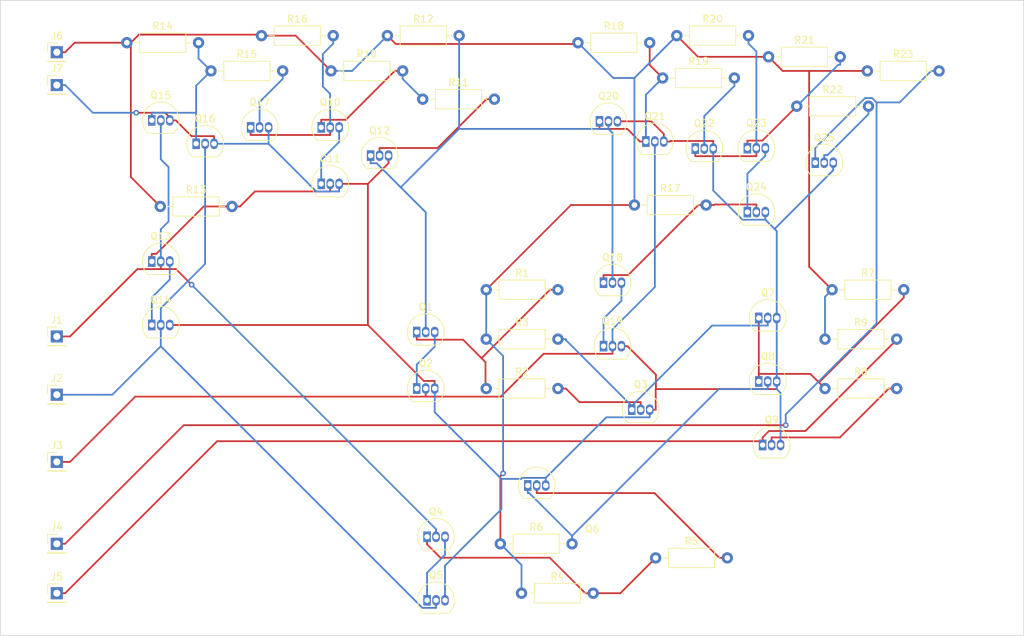
<source format=kicad_pcb>
(kicad_pcb (version 20221018) (generator pcbnew)
  (layers (0 "F.Cu" signal) (31 "B.Cu" signal) (34 "B.Paste" user) (35 "F.Paste" user) (36 "B.SilkS" user "B.Silkscreen") (37 "F.SilkS" user "F.Silkscreen") (38 "B.Mask" user) (39 "F.Mask" user) (44 "Edge.Cuts" user))
  (net 0 "")
  (net 1 "Net-(J1-Pin_1)")
  (net 2 "Net-(Q1-B)")
  (net 3 "GND")
  (net 4 "Net-(J3-Pin_1)")
  (net 5 "Net-(Q3-B)")
  (net 6 "Net-(Q4-E)")
  (net 7 "Net-(Q1-C)")
  (net 8 "Net-(Q6-B)")
  (net 9 "Net-(Q1-E)")
  (net 10 "Net-(Q3-C)")
  (net 11 "Net-(Q4-C)")
  (net 12 "Net-(Q7-C)")
  (net 13 "Net-(Q9-B)")
  (net 14 "Net-(Q10-C)")
  (net 15 "Net-(Q11-B)")
  (net 16 "Net-(Q10-E)")
  (net 17 "Net-(Q12-B)")
  (net 18 "Net-(Q13-E)")
  (net 19 "Net-(Q15-C)")
  (net 20 "Net-(Q17-B)")
  (net 21 "Net-(Q22-B)")
  (net 22 "Net-(Q23-C)")
  (net 23 "Net-(Q20-C)")
  (net 24 "Net-(Q23-E)")
  (net 25 "Net-(Q22-C)")
  (net 26 "+5V")
  (net 27 "Net-(Q25-B)")
  (net 28 "Net-(Q10-B)")
  (net 29 "Net-(J2-Pin_1)")
  (net 30 "Net-(Q18-C)")
  (net 31 "Net-(Q18-E)")
  (net 32 "Net-(Q6-C)")
  (net 33 "Net-(J4-Pin_1)")
  (net 34 "Net-(J5-Pin_1)")
  (footprint "Resistor_THT:R_Axial_DIN0207_L6.3mm_D2.5mm_P10.16mm_Horizontal" (layer "F.Cu") (at 84.84 90)
    (fp_text reference "R6")
    (fp_text value "R")
  )
  (footprint "Resistor_THT:R_Axial_DIN0207_L6.3mm_D2.5mm_P10.16mm_Horizontal" (layer "F.Cu") (at 131.84 54)
    (fp_text reference "R7")
    (fp_text value "R")
  )
  (footprint "Resistor_THT:R_Axial_DIN0207_L6.3mm_D2.5mm_P10.16mm_Horizontal" (layer "F.Cu") (at 43.84 23)
    (fp_text reference "R15")
    (fp_text value "R")
  )
  (footprint "Resistor_THT:R_Axial_DIN0207_L6.3mm_D2.5mm_P10.16mm_Horizontal" (layer "F.Cu") (at 60.84 23)
    (fp_text reference "R10")
    (fp_text value "R")
  )
  (footprint "Connector_PinHeader_2.54mm:PinHeader_1x01_P2.54mm_Vertical" (layer "F.Cu") (at 22 90)
    (fp_text reference "J4")
    (fp_text value "OUTPUT")
  )
  (footprint "Package_TO_SOT_THT:TO-92_Inline" (layer "F.Cu") (at 121.46 58)
    (fp_text reference "Q7")
    (fp_text value "BC547")
  )
  (footprint "Resistor_THT:R_Axial_DIN0207_L6.3mm_D2.5mm_P10.16mm_Horizontal" (layer "F.Cu") (at 122.84 21)
    (fp_text reference "R21")
    (fp_text value "R")
  )
  (footprint "Package_TO_SOT_THT:TO-92_Inline" (layer "F.Cu") (at 59.46 39)
    (fp_text reference "Q11")
    (fp_text value "BC547")
  )
  (footprint "Resistor_THT:R_Axial_DIN0207_L6.3mm_D2.5mm_P10.16mm_Horizontal" (layer "F.Cu") (at 109.84 18)
    (fp_text reference "R20")
    (fp_text value "R")
  )
  (footprint "Resistor_THT:R_Axial_DIN0207_L6.3mm_D2.5mm_P10.16mm_Horizontal" (layer "F.Cu") (at 130.84 68)
    (fp_text reference "R8")
    (fp_text value "R")
  )
  (footprint "Resistor_THT:R_Axial_DIN0207_L6.3mm_D2.5mm_P10.16mm_Horizontal" (layer "F.Cu") (at 126.84 28)
    (fp_text reference "R22")
    (fp_text value "R")
  )
  (footprint "Package_TO_SOT_THT:TO-92_Inline" (layer "F.Cu") (at 35.46 50)
    (fp_text reference "Q13")
    (fp_text value "BC547")
  )
  (footprint "Connector_PinHeader_2.54mm:PinHeader_1x01_P2.54mm_Vertical" (layer "F.Cu") (at 22 97)
    (fp_text reference "J5")
    (fp_text value "CARRY OUT")
  )
  (footprint "Connector_PinHeader_2.54mm:PinHeader_1x01_P2.54mm_Vertical" (layer "F.Cu") (at 22 20.35)
    (fp_text reference "J6")
    (fp_text value "5V")
  )
  (footprint "Resistor_THT:R_Axial_DIN0207_L6.3mm_D2.5mm_P10.16mm_Horizontal" (layer "F.Cu") (at 95.84 19)
    (fp_text reference "R18")
    (fp_text value "R")
  )
  (footprint "Resistor_THT:R_Axial_DIN0207_L6.3mm_D2.5mm_P10.16mm_Horizontal" (layer "F.Cu") (at 31.92 19)
    (fp_text reference "R14")
    (fp_text value "R")
  )
  (footprint "Package_TO_SOT_THT:TO-92_Inline" (layer "F.Cu") (at 103.46 71)
    (fp_text reference "Q3")
    (fp_text value "BC547")
  )
  (footprint "Connector_PinHeader_2.54mm:PinHeader_1x01_P2.54mm_Vertical" (layer "F.Cu") (at 22 25)
    (fp_text reference "J7")
    (fp_text value "GROUND")
  )
  (footprint "Package_TO_SOT_THT:TO-92_Inline" (layer "F.Cu") (at 121.46 67)
    (fp_text reference "Q8")
    (fp_text value "BC547")
  )
  (footprint "Resistor_THT:R_Axial_DIN0207_L6.3mm_D2.5mm_P10.16mm_Horizontal" (layer "F.Cu") (at 87.84 97)
    (fp_text reference "R4")
    (fp_text value "R")
  )
  (footprint "Package_TO_SOT_THT:TO-92_Inline" (layer "F.Cu") (at 73 68)
    (fp_text reference "Q2")
    (fp_text value "BC547")
  )
  (footprint "Package_TO_SOT_THT:TO-92_Inline" (layer "F.Cu") (at 35.46 30)
    (fp_text reference "Q15")
    (fp_text value "BC547")
  )
  (footprint "Resistor_THT:R_Axial_DIN0207_L6.3mm_D2.5mm_P10.16mm_Horizontal" (layer "F.Cu") (at 51 18)
    (fp_text reference "R16")
    (fp_text value "R")
  )
  (footprint "Connector_PinHeader_2.54mm:PinHeader_1x01_P2.54mm_Vertical" (layer "F.Cu") (at 22 60.62)
    (fp_text reference "J1")
    (fp_text value "A")
  )
  (footprint "Package_TO_SOT_THT:TO-92_Inline" (layer "F.Cu") (at 99.46 62)
    (fp_text reference "Q19")
    (fp_text value "BC547")
  )
  (footprint "Resistor_THT:R_Axial_DIN0207_L6.3mm_D2.5mm_P10.16mm_Horizontal" (layer "F.Cu") (at 36.66 42.205)
    (fp_text reference "R13")
    (fp_text value "R")
  )
  (footprint "Package_TO_SOT_THT:TO-92_Inline" (layer "F.Cu") (at 122 76)
    (fp_text reference "Q9")
    (fp_text value "BC547")
  )
  (footprint "Package_TO_SOT_THT:TO-92_Inline" (layer "F.Cu") (at 88.73 81.735)
    (fp_text reference "Q6")
    (fp_text value "BC547")
  )
  (footprint "Resistor_THT:R_Axial_DIN0207_L6.3mm_D2.5mm_P10.16mm_Horizontal" (layer "F.Cu") (at 103.84 42)
    (fp_text reference "R17")
    (fp_text value "R")
  )
  (footprint "Package_TO_SOT_THT:TO-92_Inline" (layer "F.Cu") (at 49.46 31)
    (fp_text reference "Q17")
    (fp_text value "BC547")
  )
  (footprint "Package_TO_SOT_THT:TO-92_Inline" (layer "F.Cu") (at 41.74 33.315)
    (fp_text reference "Q16")
    (fp_text value "BC547")
  )
  (footprint "Resistor_THT:R_Axial_DIN0207_L6.3mm_D2.5mm_P10.16mm_Horizontal" (layer "F.Cu") (at 106.84 92)
    (fp_text reference "R5")
    (fp_text value "R")
  )
  (footprint "Package_TO_SOT_THT:TO-92_Inline" (layer "F.Cu") (at 112.46 34)
    (fp_text reference "Q22")
    (fp_text value "BC547")
  )
  (footprint "Package_TO_SOT_THT:TO-92_Inline" (layer "F.Cu") (at 73 60)
    (fp_text reference "Q1")
    (fp_text value "BC547")
  )
  (footprint "Package_TO_SOT_THT:TO-92_Inline" (layer "F.Cu") (at 119.845 33.95)
    (fp_text reference "Q23")
    (fp_text value "BC547")
  )
  (footprint "Resistor_THT:R_Axial_DIN0207_L6.3mm_D2.5mm_P10.16mm_Horizontal" (layer "F.Cu") (at 82.84 68)
    (fp_text reference "R2")
    (fp_text value "R")
  )
  (footprint "Resistor_THT:R_Axial_DIN0207_L6.3mm_D2.5mm_P10.16mm_Horizontal" (layer "F.Cu") (at 82.84 54)
    (fp_text reference "R1")
    (fp_text value "R")
  )
  (footprint "Resistor_THT:R_Axial_DIN0207_L6.3mm_D2.5mm_P10.16mm_Horizontal" (layer "F.Cu") (at 107.84 24)
    (fp_text reference "R19")
    (fp_text value "R")
  )
  (footprint "Package_TO_SOT_THT:TO-92_Inline" (layer "F.Cu") (at 59.46 31)
    (fp_text reference "Q10")
    (fp_text value "BC547")
  )
  (footprint "Resistor_THT:R_Axial_DIN0207_L6.3mm_D2.5mm_P10.16mm_Horizontal" (layer "F.Cu") (at 73.84 27)
    (fp_text reference "R11")
    (fp_text value "R")
  )
  (footprint "Package_TO_SOT_THT:TO-92_Inline" (layer "F.Cu") (at 105.46 33)
    (fp_text reference "Q21")
    (fp_text value "BC547")
  )
  (footprint "Package_TO_SOT_THT:TO-92_Inline" (layer "F.Cu") (at 98.89 30.14)
    (fp_text reference "Q20")
    (fp_text value "BC547")
  )
  (footprint "Package_TO_SOT_THT:TO-92_Inline" (layer "F.Cu") (at 66.46 35)
    (fp_text reference "Q12")
    (fp_text value "BC547")
  )
  (footprint "Resistor_THT:R_Axial_DIN0207_L6.3mm_D2.5mm_P10.16mm_Horizontal" (layer "F.Cu") (at 82.84 61)
    (fp_text reference "R3")
    (fp_text value "R")
  )
  (footprint "Package_TO_SOT_THT:TO-92_Inline" (layer "F.Cu") (at 74.46 89)
    (fp_text reference "Q4")
    (fp_text value "BC547")
  )
  (footprint "Package_TO_SOT_THT:TO-92_Inline" (layer "F.Cu") (at 99.46 53)
    (fp_text reference "Q18")
    (fp_text value "BC547")
  )
  (footprint "Connector_PinHeader_2.54mm:PinHeader_1x01_P2.54mm_Vertical" (layer "F.Cu") (at 22 78.395)
    (fp_text reference "J3")
    (fp_text value "C")
  )
  (footprint "Resistor_THT:R_Axial_DIN0207_L6.3mm_D2.5mm_P10.16mm_Horizontal" (layer "F.Cu") (at 136.84 23)
    (fp_text reference "R23")
    (fp_text value "R")
  )
  (footprint "Package_TO_SOT_THT:TO-92_Inline" (layer "F.Cu") (at 129.46 36)
    (fp_text reference "Q25")
    (fp_text value "BC547")
  )
  (footprint "Package_TO_SOT_THT:TO-92_Inline" (layer "F.Cu") (at 74.46 98)
    (fp_text reference "Q5")
    (fp_text value "BC547")
  )
  (footprint "Resistor_THT:R_Axial_DIN0207_L6.3mm_D2.5mm_P10.16mm_Horizontal" (layer "F.Cu") (at 130.84 61)
    (fp_text reference "R9")
    (fp_text value "R")
  )
  (footprint "Package_TO_SOT_THT:TO-92_Inline" (layer "F.Cu") (at 35.46 59)
    (fp_text reference "Q14")
    (fp_text value "BC547")
  )
  (footprint "Connector_PinHeader_2.54mm:PinHeader_1x01_P2.54mm_Vertical" (layer "F.Cu") (at 22 68.875)
    (fp_text reference "J2")
    (fp_text value "B")
  )
  (footprint "Resistor_THT:R_Axial_DIN0207_L6.3mm_D2.5mm_P10.16mm_Horizontal" (layer "F.Cu") (at 68.84 18)
    (fp_text reference "R12")
    (fp_text value "R")
  )
  (footprint "Package_TO_SOT_THT:TO-92_Inline" (layer "F.Cu") (at 119.845 43)
    (fp_text reference "Q24")
    (fp_text value "BC547")
  )
  (gr_rect (start 14 13) (end 159 103) (stroke (width 0.1)) (fill none) (layer "Edge.Cuts"))
  (segment (start 36.73 50) (end 36.73 51.0769) (width 0.25) (layer "F.Cu") (net 1))
  (segment (start 33.41 51.0769) (end 36.73 51.0769) (width 0.25) (layer "F.Cu") (net 1))
  (segment (start 38.8838 51.0769) (end 41.0945 53.2876) (width 0.25) (layer "F.Cu") (net 1))
  (segment (start 22.69 60.62) (end 23.8669 60.62) (width 0.25) (layer "F.Cu") (net 1))
  (segment (start 22.69 60.62) (end 22 60.62) (width 0.25) (layer "F.Cu") (net 1))
  (segment (start 36.73 51.0769) (end 38.8838 51.0769) (width 0.25) (layer "F.Cu") (net 1))
  (segment (start 23.8669 60.62) (end 33.41 51.0769) (width 0.25) (layer "F.Cu") (net 1))
  (via (at 41.0945 53.2876) (size 0.8) (drill 0.4) (layers "F.Cu" "B.Cu") (net 1))
  (segment (start 37.8275 44.3365) (end 37.8275 36.6151) (width 0.25) (layer "B.Cu") (net 1))
  (segment (start 37.8275 36.6151) (end 36.73 35.5176) (width 0.25) (layer "B.Cu") (net 1))
  (segment (start 36.73 45.434) (end 37.8275 44.3365) (width 0.25) (layer "B.Cu") (net 1))
  (segment (start 36.73 50) (end 36.73 45.434) (width 0.25) (layer "B.Cu") (net 1))
  (segment (start 75.73 89) (end 75.73 87.9231) (width 0.25) (layer "B.Cu") (net 1))
  (segment (start 75.73 87.9231) (end 41.0945 53.2876) (width 0.25) (layer "B.Cu") (net 1))
  (segment (start 36.73 35.5176) (end 36.73 30) (width 0.25) (layer "B.Cu") (net 1))
  (segment (start 79.0015 31.2169) (end 100.16 31.2169) (width 0.25) (layer "B.Cu") (net 2))
  (segment (start 79 18) (end 79 31.2154) (width 0.25) (layer "B.Cu") (net 2))
  (segment (start 79 31.2154) (end 79.0015 31.2169) (width 0.25) (layer "B.Cu") (net 2))
  (segment (start 67.312 36.0769) (end 66.46 36.0769) (width 0.25) (layer "B.Cu") (net 2))
  (segment (start 100.73 31.7869) (end 100.16 31.2169) (width 0.25) (layer "B.Cu") (net 2))
  (segment (start 79 31.2154) (end 70.7253 39.4901) (width 0.25) (layer "B.Cu") (net 2))
  (segment (start 74.27 43.0349) (end 70.7253 39.4901) (width 0.25) (layer "B.Cu") (net 2))
  (segment (start 100.73 53) (end 100.73 31.7869) (width 0.25) (layer "B.Cu") (net 2))
  (segment (start 66.46 36.0769) (end 66.46 35) (width 0.25) (layer "B.Cu") (net 2))
  (segment (start 70.7253 39.4901) (end 67.312 36.0769) (width 0.25) (layer "B.Cu") (net 2))
  (segment (start 74.27 60) (end 74.27 43.0349) (width 0.25) (layer "B.Cu") (net 2))
  (segment (start 100.16 30.14) (end 100.16 31.2169) (width 0.25) (layer "B.Cu") (net 2))
  (segment (start 102 62) (end 102.852 62) (width 0.25) (layer "F.Cu") (net 3))
  (segment (start 108 33) (end 108 31.9231) (width 0.25) (layer "F.Cu") (net 3))
  (segment (start 115 32.9231) (end 115 34) (width 0.25) (layer "F.Cu") (net 3))
  (segment (start 38 30) (end 38.426 30) (width 0.25) (layer "F.Cu") (net 3))
  (segment (start 66.0769 59) (end 66.0769 39) (width 0.25) (layer "F.Cu") (net 3))
  (segment (start 38.8519 30) (end 41.09 32.2381) (width 0.25) (layer "F.Cu") (net 3))
  (segment (start 38.426 30) (end 37.3491 28.9231) (width 0.25) (layer "F.Cu") (net 3))
  (segment (start 106.852 71) (end 106.852 68.1097) (width 0.25) (layer "F.Cu") (net 3))
  (segment (start 108.852 33) (end 108.929 32.9231) (width 0.25) (layer "F.Cu") (net 3))
  (segment (start 62 39) (end 66.0769 39) (width 0.25) (layer "F.Cu") (net 3))
  (segment (start 106 71) (end 106.852 71) (width 0.25) (layer "F.Cu") (net 3))
  (segment (start 38.426 30) (end 38.8519 30) (width 0.25) (layer "F.Cu") (net 3))
  (segment (start 108 33) (end 108.852 33) (width 0.25) (layer "F.Cu") (net 3))
  (segment (start 106.852 68.1097) (end 106.885 68.0769) (width 0.25) (layer "F.Cu") (net 3))
  (segment (start 75.54 66.9231) (end 74 66.9231) (width 0.25) (layer "F.Cu") (net 3))
  (segment (start 69 35) (end 69 36.0769) (width 0.25) (layer "F.Cu") (net 3))
  (segment (start 102.852 62) (end 106.885 66.0328) (width 0.25) (layer "F.Cu") (net 3))
  (segment (start 69 36.0769) (end 66.0769 39) (width 0.25) (layer "F.Cu") (net 3))
  (segment (start 106.885 68.0769) (end 124 68.0769) (width 0.25) (layer "F.Cu") (net 3))
  (segment (start 106.217 30.14) (end 101.43 30.14) (width 0.25) (layer "F.Cu") (net 3))
  (segment (start 44.28 32.2381) (end 44.28 33.315) (width 0.25) (layer "F.Cu") (net 3))
  (segment (start 108.929 32.9231) (end 115 32.9231) (width 0.25) (layer "F.Cu") (net 3))
  (segment (start 41.09 32.2381) (end 44.28 32.2381) (width 0.25) (layer "F.Cu") (net 3))
  (segment (start 108 31.9231) (end 106.217 30.14) (width 0.25) (layer "F.Cu") (net 3))
  (segment (start 66.0769 59) (end 38 59) (width 0.25) (layer "F.Cu") (net 3))
  (segment (start 106.885 66.0328) (end 106.885 68.0769) (width 0.25) (layer "F.Cu") (net 3))
  (segment (start 75.54 68) (end 75.54 66.9231) (width 0.25) (layer "F.Cu") (net 3))
  (segment (start 74 66.9231) (end 66.0769 59) (width 0.25) (layer "F.Cu") (net 3))
  (segment (start 37.3491 28.9231) (end 33.2535 28.9231) (width 0.25) (layer "F.Cu") (net 3))
  (segment (start 124 68.0769) (end 124 67) (width 0.25) (layer "F.Cu") (net 3))
  (via (at 33.2535 28.9231) (size 0.8) (drill 0.4) (layers "F.Cu" "B.Cu") (net 3))
  (segment (start 44.28 33.315) (end 51.9967 33.315) (width 0.25) (layer "B.Cu") (net 3))
  (segment (start 58.7652 40.0769) (end 52 33.3117) (width 0.25) (layer "B.Cu") (net 3))
  (segment (start 62 39) (end 62 40.0769) (width 0.25) (layer "B.Cu") (net 3))
  (segment (start 123.846 45.5381) (end 123.693 45.3843) (width 0.25) (layer "B.Cu") (net 3))
  (segment (start 123.693 45.3843) (end 122.385 44.0769) (width 0.25) (layer "B.Cu") (net 3))
  (segment (start 122.385 43) (end 122.385 44.0769) (width 0.25) (layer "B.Cu") (net 3))
  (segment (start 115 34) (end 115 39.9367) (width 0.25) (layer "B.Cu") (net 3))
  (segment (start 132 37.0769) (end 132 36) (width 0.25) (layer "B.Cu") (net 3))
  (segment (start 22 25) (end 23.1769 25) (width 0.25) (layer "B.Cu") (net 3))
  (segment (start 91.27 81.735) (end 91.27 80.6581) (width 0.25) (layer "B.Cu") (net 3))
  (segment (start 75.54 68) (end 75.54 71.3573) (width 0.25) (layer "B.Cu") (net 3))
  (segment (start 77 93.0898) (end 84.9853 85.1045) (width 0.25) (layer "B.Cu") (net 3))
  (segment (start 123.846 45.5382) (end 123.846 45.5381) (width 0.25) (layer "B.Cu") (net 3))
  (segment (start 23.1769 25) (end 27.1 28.9231) (width 0.25) (layer "B.Cu") (net 3))
  (segment (start 106 71) (end 106 72.0769) (width 0.25) (layer "B.Cu") (net 3))
  (segment (start 124 58) (end 124 45.6919) (width 0.25) (layer "B.Cu") (net 3))
  (segment (start 51.9967 33.315) (end 52 33.3117) (width 0.25) (layer "B.Cu") (net 3))
  (segment (start 75.54 71.3573) (end 84.9853 80.8026) (width 0.25) (layer "B.Cu") (net 3))
  (segment (start 77 98) (end 77 93.0898) (width 0.25) (layer "B.Cu") (net 3))
  (segment (start 124.54 68.6169) (end 124.54 76) (width 0.25) (layer "B.Cu") (net 3))
  (segment (start 87.7797 80.8026) (end 87.9242 80.6581) (width 0.25) (layer "B.Cu") (net 3))
  (segment (start 124 45.6919) (end 123.846 45.5382) (width 0.25) (layer "B.Cu") (net 3))
  (segment (start 124 67) (end 124 58) (width 0.25) (layer "B.Cu") (net 3))
  (segment (start 84.9853 80.8026) (end 87.7797 80.8026) (width 0.25) (layer "B.Cu") (net 3))
  (segment (start 87.9242 80.6581) (end 91.27 80.6581) (width 0.25) (layer "B.Cu") (net 3))
  (segment (start 124 67) (end 124 68.0769) (width 0.25) (layer "B.Cu") (net 3))
  (segment (start 123.693 45.3843) (end 132 37.0769) (width 0.25) (layer "B.Cu") (net 3))
  (segment (start 124 68.0769) (end 124.54 68.6169) (width 0.25) (layer "B.Cu") (net 3))
  (segment (start 52 33.3117) (end 52 31) (width 0.25) (layer "B.Cu") (net 3))
  (segment (start 27.1 28.9231) (end 33.2535 28.9231) (width 0.25) (layer "B.Cu") (net 3))
  (segment (start 99.8512 72.0769) (end 91.27 80.6581) (width 0.25) (layer "B.Cu") (net 3))
  (segment (start 84.9853 85.1045) (end 84.9853 80.8026) (width 0.25) (layer "B.Cu") (net 3))
  (segment (start 106 72.0769) (end 99.8512 72.0769) (width 0.25) (layer "B.Cu") (net 3))
  (segment (start 62 40.0769) (end 58.7652 40.0769) (width 0.25) (layer "B.Cu") (net 3))
  (segment (start 119.14 44.0769) (end 122.385 44.0769) (width 0.25) (layer "B.Cu") (net 3))
  (segment (start 115 39.9367) (end 119.14 44.0769) (width 0.25) (layer "B.Cu") (net 3))
  (segment (start 100.73 62) (end 100.73 63.0769) (width 0.25) (layer "F.Cu") (net 4))
  (segment (start 90.9695 63.0769) (end 84.9032 69.1432) (width 0.25) (layer "F.Cu") (net 4))
  (segment (start 84.9032 69.1432) (end 74.27 69.1432) (width 0.25) (layer "F.Cu") (net 4))
  (segment (start 74.27 69.1432) (end 74.27 68) (width 0.25) (layer "F.Cu") (net 4))
  (segment (start 100.73 63.0769) (end 90.9695 63.0769) (width 0.25) (layer "F.Cu") (net 4))
  (segment (start 22.69 78.395) (end 22 78.395) (width 0.25) (layer "F.Cu") (net 4))
  (segment (start 22.69 78.395) (end 23.8669 78.395) (width 0.25) (layer "F.Cu") (net 4))
  (segment (start 33.1187 69.1432) (end 74.27 69.1432) (width 0.25) (layer "F.Cu") (net 4))
  (segment (start 23.8669 78.395) (end 33.1187 69.1432) (width 0.25) (layer "F.Cu") (net 4))
  (segment (start 106.73 53.6204) (end 106.73 33) (width 0.25) (layer "B.Cu") (net 4))
  (segment (start 100.73 62) (end 100.73 59.6204) (width 0.25) (layer "B.Cu") (net 4))
  (segment (start 100.73 59.6204) (end 106.73 53.6204) (width 0.25) (layer "B.Cu") (net 4))
  (segment (start 96.05 69.9231) (end 104.73 69.9231) (width 0.25) (layer "F.Cu") (net 5))
  (segment (start 93 68) (end 94.1269 68) (width 0.25) (layer "F.Cu") (net 5))
  (segment (start 94.1269 68) (end 96.05 69.9231) (width 0.25) (layer "F.Cu") (net 5))
  (segment (start 104.73 69.9231) (end 104.73 71) (width 0.25) (layer "F.Cu") (net 5))
  (segment (start 77 91.5601) (end 74.46 94.1001) (width 0.25) (layer "B.Cu") (net 6))
  (segment (start 74.46 94.1001) (end 74.46 98) (width 0.25) (layer "B.Cu") (net 6))
  (segment (start 77 89) (end 77 91.5601) (width 0.25) (layer "B.Cu") (net 6))
  (segment (start 79.5519 61.0769) (end 82.1741 63.699) (width 0.25) (layer "F.Cu") (net 7))
  (segment (start 91.8731 54) (end 82.1741 63.699) (width 0.25) (layer "F.Cu") (net 7))
  (segment (start 82.7375 64.2625) (end 82.7375 67.8975) (width 0.25) (layer "F.Cu") (net 7))
  (segment (start 82.7375 67.8975) (end 82.84 68) (width 0.25) (layer "F.Cu") (net 7))
  (segment (start 93 54) (end 91.8731 54) (width 0.25) (layer "F.Cu") (net 7))
  (segment (start 82.1741 63.699) (end 82.7375 64.2625) (width 0.25) (layer "F.Cu") (net 7))
  (segment (start 73 61.0769) (end 79.5519 61.0769) (width 0.25) (layer "F.Cu") (net 7))
  (segment (start 73 60) (end 73 61.0769) (width 0.25) (layer "F.Cu") (net 7))
  (segment (start 117 92) (end 115.873 92) (width 0.25) (layer "F.Cu") (net 8))
  (segment (start 115.873 92) (end 106.685 82.8119) (width 0.25) (layer "F.Cu") (net 8))
  (segment (start 90 82.8119) (end 90 81.735) (width 0.25) (layer "F.Cu") (net 8))
  (segment (start 106.685 82.8119) (end 90 82.8119) (width 0.25) (layer "F.Cu") (net 8))
  (segment (start 75.54 60) (end 75.54 62.0601) (width 0.25) (layer "B.Cu") (net 9))
  (segment (start 73 64.6001) (end 73 68) (width 0.25) (layer "B.Cu") (net 9))
  (segment (start 75.54 62.0601) (end 73 64.6001) (width 0.25) (layer "B.Cu") (net 9))
  (segment (start 94.1269 61.1284) (end 94.1269 61) (width 0.25) (layer "B.Cu") (net 10))
  (segment (start 114.845 59.0769) (end 103.46 70.4615) (width 0.25) (layer "B.Cu") (net 10))
  (segment (start 103.46 70.4615) (end 94.1269 61.1284) (width 0.25) (layer "B.Cu") (net 10))
  (segment (start 94.1269 61) (end 93 61) (width 0.25) (layer "B.Cu") (net 10))
  (segment (start 122.73 58) (end 122.73 59.0769) (width 0.25) (layer "B.Cu") (net 10))
  (segment (start 122.73 59.0769) (end 114.845 59.0769) (width 0.25) (layer "B.Cu") (net 10))
  (segment (start 103.46 71) (end 103.46 70.4615) (width 0.25) (layer "B.Cu") (net 10))
  (segment (start 76.3543 91.9712) (end 74.46 90.0769) (width 0.25) (layer "F.Cu") (net 11))
  (segment (start 98 97) (end 96.8731 97) (width 0.25) (layer "F.Cu") (net 11))
  (segment (start 74.46 90.0769) (end 74.46 89) (width 0.25) (layer "F.Cu") (net 11))
  (segment (start 96.8731 97) (end 91.8443 91.9712) (width 0.25) (layer "F.Cu") (net 11))
  (segment (start 101.84 97) (end 106.84 92) (width 0.25) (layer "F.Cu") (net 11))
  (segment (start 98 97) (end 101.84 97) (width 0.25) (layer "F.Cu") (net 11))
  (segment (start 91.8443 91.9712) (end 76.3543 91.9712) (width 0.25) (layer "F.Cu") (net 11))
  (segment (start 129.984 67.1434) (end 130.84 68) (width 0.25) (layer "F.Cu") (net 12))
  (segment (start 142 55.1269) (end 129.984 67.1434) (width 0.25) (layer "F.Cu") (net 12))
  (segment (start 128.763 65.9231) (end 129.984 67.1434) (width 0.25) (layer "F.Cu") (net 12))
  (segment (start 121.46 58) (end 121.46 65.9231) (width 0.25) (layer "F.Cu") (net 12))
  (segment (start 121.46 65.9231) (end 128.763 65.9231) (width 0.25) (layer "F.Cu") (net 12))
  (segment (start 142 54) (end 142 55.1269) (width 0.25) (layer "F.Cu") (net 12))
  (segment (start 121.46 67) (end 121.46 65.9231) (width 0.25) (layer "F.Cu") (net 12))
  (segment (start 132.95 74.9231) (end 123.27 74.9231) (width 0.25) (layer "F.Cu") (net 13))
  (segment (start 139.873 68) (end 132.95 74.9231) (width 0.25) (layer "F.Cu") (net 13))
  (segment (start 141 68) (end 139.873 68) (width 0.25) (layer "F.Cu") (net 13))
  (segment (start 123.27 74.9231) (end 123.27 76) (width 0.25) (layer "F.Cu") (net 13))
  (segment (start 71 23) (end 69.8731 23) (width 0.25) (layer "F.Cu") (net 14))
  (segment (start 69.8731 23) (end 62.95 29.9231) (width 0.25) (layer "F.Cu") (net 14))
  (segment (start 62.95 29.9231) (end 59.46 29.9231) (width 0.25) (layer "F.Cu") (net 14))
  (segment (start 59.46 29.9231) (end 59.46 31) (width 0.25) (layer "F.Cu") (net 14))
  (segment (start 71 24.1269) (end 73.84 26.9669) (width 0.25) (layer "B.Cu") (net 14))
  (segment (start 73.84 26.9669) (end 73.84 27) (width 0.25) (layer "B.Cu") (net 14))
  (segment (start 71 23) (end 71 24.1269) (width 0.25) (layer "B.Cu") (net 14))
  (segment (start 35.46 48.9231) (end 35.46 50) (width 0.25) (layer "F.Cu") (net 15))
  (segment (start 42.809 42.205) (end 36.091 48.923) (width 0.25) (layer "F.Cu") (net 15))
  (segment (start 60.73 40.0769) (end 60.73 39) (width 0.25) (layer "F.Cu") (net 15))
  (segment (start 36.091 48.923) (end 36.091 48.9231) (width 0.25) (layer "F.Cu") (net 15))
  (segment (start 47.9469 42.205) (end 50.075 40.0769) (width 0.25) (layer "F.Cu") (net 15))
  (segment (start 46.82 42.205) (end 47.9469 42.205) (width 0.25) (layer "F.Cu") (net 15))
  (segment (start 46.82 42.205) (end 42.809 42.205) (width 0.25) (layer "F.Cu") (net 15))
  (segment (start 36.091 48.9231) (end 35.46 48.9231) (width 0.25) (layer "F.Cu") (net 15))
  (segment (start 50.075 40.0769) (end 60.73 40.0769) (width 0.25) (layer "F.Cu") (net 15))
  (segment (start 62 33.0601) (end 59.46 35.6001) (width 0.25) (layer "B.Cu") (net 16))
  (segment (start 59.46 35.6001) (end 59.46 39) (width 0.25) (layer "B.Cu") (net 16))
  (segment (start 62 31) (end 62 33.0601) (width 0.25) (layer "B.Cu") (net 16))
  (segment (start 82.8731 27) (end 75.95 33.9231) (width 0.25) (layer "F.Cu") (net 17))
  (segment (start 84 27) (end 82.8731 27) (width 0.25) (layer "F.Cu") (net 17))
  (segment (start 75.95 33.9231) (end 67.73 33.9231) (width 0.25) (layer "F.Cu") (net 17))
  (segment (start 67.73 33.9231) (end 67.73 35) (width 0.25) (layer "F.Cu") (net 17))
  (segment (start 38 50) (end 38 52.5601) (width 0.25) (layer "B.Cu") (net 18))
  (segment (start 35.46 55.1001) (end 35.46 59) (width 0.25) (layer "B.Cu") (net 18))
  (segment (start 38 52.5601) (end 35.46 55.1001) (width 0.25) (layer "B.Cu") (net 18))
  (segment (start 41.74 25.1) (end 43.84 23) (width 0.25) (layer "B.Cu") (net 19))
  (segment (start 42.08 21.24) (end 43.84 23) (width 0.25) (layer "B.Cu") (net 19))
  (segment (start 41.74 28.9246) (end 41.74 25.1) (width 0.25) (layer "B.Cu") (net 19))
  (segment (start 35.46 28.9231) (end 41.7385 28.9231) (width 0.25) (layer "B.Cu") (net 19))
  (segment (start 42.08 19) (end 42.08 21.24) (width 0.25) (layer "B.Cu") (net 19))
  (segment (start 35.46 30) (end 35.46 28.9231) (width 0.25) (layer "B.Cu") (net 19))
  (segment (start 41.74 33.315) (end 41.74 28.9246) (width 0.25) (layer "B.Cu") (net 19))
  (segment (start 41.7385 28.9231) (end 41.74 28.9246) (width 0.25) (layer "B.Cu") (net 19))
  (segment (start 54 23) (end 54 24.1269) (width 0.25) (layer "B.Cu") (net 20))
  (segment (start 54 24.1269) (end 50.73 27.3969) (width 0.25) (layer "B.Cu") (net 20))
  (segment (start 50.73 27.3969) (end 50.73 31) (width 0.25) (layer "B.Cu") (net 20))
  (segment (start 118 24) (end 118 25.1269) (width 0.25) (layer "B.Cu") (net 21))
  (segment (start 113.73 29.3969) (end 113.73 34) (width 0.25) (layer "B.Cu") (net 21))
  (segment (start 118 25.1269) (end 113.73 29.3969) (width 0.25) (layer "B.Cu") (net 21))
  (segment (start 121.967 32.8731) (end 126.84 28) (width 0.25) (layer "F.Cu") (net 22))
  (segment (start 119.845 32.8731) (end 121.967 32.8731) (width 0.25) (layer "F.Cu") (net 22))
  (segment (start 119.845 33.95) (end 119.845 32.8731) (width 0.25) (layer "F.Cu") (net 22))
  (segment (start 132.713 22.1269) (end 126.84 28) (width 0.25) (layer "B.Cu") (net 22))
  (segment (start 133 22.1269) (end 132.713 22.1269) (width 0.25) (layer "B.Cu") (net 22))
  (segment (start 133 21) (end 133 22.1269) (width 0.25) (layer "B.Cu") (net 22))
  (segment (start 104.608 33) (end 105.46 33) (width 0.25) (layer "F.Cu") (net 23))
  (segment (start 102.825 31.2169) (end 104.608 33) (width 0.25) (layer "F.Cu") (net 23))
  (segment (start 106 22.16) (end 107.84 24) (width 0.25) (layer "F.Cu") (net 23))
  (segment (start 106 19) (end 106 22.16) (width 0.25) (layer "F.Cu") (net 23))
  (segment (start 98.89 30.14) (end 98.89 31.2169) (width 0.25) (layer "F.Cu") (net 23))
  (segment (start 98.89 31.2169) (end 102.825 31.2169) (width 0.25) (layer "F.Cu") (net 23))
  (segment (start 105.46 26.38) (end 107.84 24) (width 0.25) (layer "B.Cu") (net 23))
  (segment (start 105.46 33) (end 105.46 26.38) (width 0.25) (layer "B.Cu") (net 23))
  (segment (start 122.385 35.0269) (end 119.845 37.5669) (width 0.25) (layer "B.Cu") (net 24))
  (segment (start 119.845 37.5669) (end 119.845 43) (width 0.25) (layer "B.Cu") (net 24))
  (segment (start 122.385 33.95) (end 122.385 35.0269) (width 0.25) (layer "B.Cu") (net 24))
  (segment (start 121.115 33.95) (end 121.115 35.0269) (width 0.25) (layer "F.Cu") (net 25))
  (segment (start 112.46 35.0769) (end 112.46 34) (width 0.25) (layer "F.Cu") (net 25))
  (segment (start 121.065 35.0769) (end 112.46 35.0769) (width 0.25) (layer "F.Cu") (net 25))
  (segment (start 121.115 35.0269) (end 121.065 35.0769) (width 0.25) (layer "F.Cu") (net 25))
  (segment (start 121.115 20.2419) (end 121.115 33.95) (width 0.25) (layer "B.Cu") (net 25))
  (segment (start 120 18) (end 120 19.1269) (width 0.25) (layer "B.Cu") (net 25))
  (segment (start 120 19.1269) (end 121.115 20.2419) (width 0.25) (layer "B.Cu") (net 25))
  (segment (start 32.4893 19) (end 32.4893 38.0343) (width 0.25) (layer "F.Cu") (net 26))
  (segment (start 122.84 21) (end 124.84 23) (width 0.25) (layer "F.Cu") (net 26))
  (segment (start 33.6279 17.8614) (end 32.4893 19) (width 0.25) (layer "F.Cu") (net 26))
  (segment (start 23.1769 20.35) (end 24.5269 19) (width 0.25) (layer "F.Cu") (net 26))
  (segment (start 70.0197 19.1797) (end 68.84 18) (width 0.25) (layer "F.Cu") (net 26))
  (segment (start 32.4893 38.0343) (end 36.66 42.205) (width 0.25) (layer "F.Cu") (net 26))
  (segment (start 22 20.35) (end 23.1769 20.35) (width 0.25) (layer "F.Cu") (net 26))
  (segment (start 31.92 19) (end 32.4893 19) (width 0.25) (layer "F.Cu") (net 26))
  (segment (start 128.592 23) (end 128.592 50.7523) (width 0.25) (layer "F.Cu") (net 26))
  (segment (start 94.84 42) (end 103.84 42) (width 0.25) (layer "F.Cu") (net 26))
  (segment (start 82.84 54) (end 94.84 42) (width 0.25) (layer "F.Cu") (net 26))
  (segment (start 55.84 18) (end 51 18) (width 0.25) (layer "F.Cu") (net 26))
  (segment (start 128.592 23) (end 136.84 23) (width 0.25) (layer "F.Cu") (net 26))
  (segment (start 51 18) (end 50.8614 17.8614) (width 0.25) (layer "F.Cu") (net 26))
  (segment (start 84.84 80.4104) (end 85.2306 80.0198) (width 0.25) (layer "F.Cu") (net 26))
  (segment (start 50.8614 17.8614) (end 33.6279 17.8614) (width 0.25) (layer "F.Cu") (net 26))
  (segment (start 112.84 21) (end 122.84 21) (width 0.25) (layer "F.Cu") (net 26))
  (segment (start 124.84 23) (end 128.592 23) (width 0.25) (layer "F.Cu") (net 26))
  (segment (start 95.6603 19.1797) (end 70.0197 19.1797) (width 0.25) (layer "F.Cu") (net 26))
  (segment (start 24.5269 19) (end 31.92 19) (width 0.25) (layer "F.Cu") (net 26))
  (segment (start 84.84 90) (end 84.84 80.4104) (width 0.25) (layer "F.Cu") (net 26))
  (segment (start 95.84 19) (end 95.6603 19.1797) (width 0.25) (layer "F.Cu") (net 26))
  (segment (start 109.84 18) (end 112.84 21) (width 0.25) (layer "F.Cu") (net 26))
  (segment (start 60.84 23) (end 55.84 18) (width 0.25) (layer "F.Cu") (net 26))
  (segment (start 128.592 50.7523) (end 131.84 54) (width 0.25) (layer "F.Cu") (net 26))
  (via (at 85.2306 80.0198) (size 0.8) (drill 0.4) (layers "F.Cu" "B.Cu") (net 26))
  (segment (start 87.84 93) (end 87.84 97) (width 0.25) (layer "B.Cu") (net 26))
  (segment (start 60.84 23) (end 63.84 23) (width 0.25) (layer "B.Cu") (net 26))
  (segment (start 103.84 24) (end 100.84 24) (width 0.25) (layer "B.Cu") (net 26))
  (segment (start 82.84 61) (end 85.2306 63.3906) (width 0.25) (layer "B.Cu") (net 26))
  (segment (start 103.84 24) (end 109.84 18) (width 0.25) (layer "B.Cu") (net 26))
  (segment (start 100.84 24) (end 95.84 19) (width 0.25) (layer "B.Cu") (net 26))
  (segment (start 82.84 54) (end 82.84 61) (width 0.25) (layer "B.Cu") (net 26))
  (segment (start 103.84 42) (end 103.84 24) (width 0.25) (layer "B.Cu") (net 26))
  (segment (start 85.2306 63.3906) (end 85.2306 80.0198) (width 0.25) (layer "B.Cu") (net 26))
  (segment (start 84.84 90) (end 87.84 93) (width 0.25) (layer "B.Cu") (net 26))
  (segment (start 130.84 61) (end 130.84 55) (width 0.25) (layer "B.Cu") (net 26))
  (segment (start 130.84 55) (end 131.84 54) (width 0.25) (layer "B.Cu") (net 26))
  (segment (start 63.84 23) (end 68.84 18) (width 0.25) (layer "B.Cu") (net 26))
  (segment (start 130.73 36) (end 130.73 34.9231) (width 0.25) (layer "B.Cu") (net 27))
  (segment (start 131.204 34.9231) (end 137 29.1269) (width 0.25) (layer "B.Cu") (net 27))
  (segment (start 130.73 34.9231) (end 131.204 34.9231) (width 0.25) (layer "B.Cu") (net 27))
  (segment (start 137 29.1269) (end 137 28) (width 0.25) (layer "B.Cu") (net 27))
  (segment (start 49.46 32.0769) (end 49.46 31) (width 0.25) (layer "F.Cu") (net 28))
  (segment (start 60.73 31) (end 60.73 32.0769) (width 0.25) (layer "F.Cu") (net 28))
  (segment (start 60.73 32.0769) (end 49.46 32.0769) (width 0.25) (layer "F.Cu") (net 28))
  (segment (start 59.6934 20.5935) (end 59.6934 25.2205) (width 0.25) (layer "B.Cu") (net 28))
  (segment (start 61.16 18) (end 61.16 19.1269) (width 0.25) (layer "B.Cu") (net 28))
  (segment (start 60.73 26.2571) (end 60.73 31) (width 0.25) (layer "B.Cu") (net 28))
  (segment (start 59.6934 25.2205) (end 60.73 26.2571) (width 0.25) (layer "B.Cu") (net 28))
  (segment (start 61.16 19.1269) (end 59.6934 20.5935) (width 0.25) (layer "B.Cu") (net 28))
  (segment (start 75.73 99.0769) (end 75.73 98) (width 0.25) (layer "B.Cu") (net 29))
  (segment (start 36.73 62.0132) (end 73.7937 99.0769) (width 0.25) (layer "B.Cu") (net 29))
  (segment (start 36.73 59) (end 36.73 62.0132) (width 0.25) (layer "B.Cu") (net 29))
  (segment (start 73.7937 99.0769) (end 75.73 99.0769) (width 0.25) (layer "B.Cu") (net 29))
  (segment (start 29.8682 68.875) (end 36.73 62.0132) (width 0.25) (layer "B.Cu") (net 29))
  (segment (start 43.01 50.3436) (end 36.73 56.6236) (width 0.25) (layer "B.Cu") (net 29))
  (segment (start 43.01 33.315) (end 43.01 50.3436) (width 0.25) (layer "B.Cu") (net 29))
  (segment (start 36.73 56.6236) (end 36.73 59) (width 0.25) (layer "B.Cu") (net 29))
  (segment (start 22.69 68.875) (end 29.8682 68.875) (width 0.25) (layer "B.Cu") (net 29))
  (segment (start 22.69 68.875) (end 22 68.875) (width 0.25) (layer "B.Cu") (net 29))
  (segment (start 114 42) (end 112.873 42) (width 0.25) (layer "F.Cu") (net 30))
  (segment (start 114 42) (end 115.127 42) (width 0.25) (layer "F.Cu") (net 30))
  (segment (start 99.46 51.9231) (end 99.46 53) (width 0.25) (layer "F.Cu") (net 30))
  (segment (start 112.873 42) (end 102.95 51.9231) (width 0.25) (layer "F.Cu") (net 30))
  (segment (start 121.115 41.9231) (end 121.115 43) (width 0.25) (layer "F.Cu") (net 30))
  (segment (start 115.127 42) (end 115.204 41.9231) (width 0.25) (layer "F.Cu") (net 30))
  (segment (start 115.204 41.9231) (end 121.115 41.9231) (width 0.25) (layer "F.Cu") (net 30))
  (segment (start 102.95 51.9231) (end 99.46 51.9231) (width 0.25) (layer "F.Cu") (net 30))
  (segment (start 99.46 58.1001) (end 99.46 62) (width 0.25) (layer "B.Cu") (net 31))
  (segment (start 102 55.5601) (end 99.46 58.1001) (width 0.25) (layer "B.Cu") (net 31))
  (segment (start 102 53) (end 102 55.5601) (width 0.25) (layer "B.Cu") (net 31))
  (segment (start 122.73 68.0769) (end 115.796 68.0769) (width 0.25) (layer "B.Cu") (net 32))
  (segment (start 95 90) (end 95 88.8731) (width 0.25) (layer "B.Cu") (net 32))
  (segment (start 122.73 67) (end 122.73 68.0769) (width 0.25) (layer "B.Cu") (net 32))
  (segment (start 88.9388 82.8119) (end 95 88.8731) (width 0.25) (layer "B.Cu") (net 32))
  (segment (start 88.73 81.735) (end 88.73 82.8119) (width 0.25) (layer "B.Cu") (net 32))
  (segment (start 115.796 68.0769) (end 95 88.8731) (width 0.25) (layer "B.Cu") (net 32))
  (segment (start 88.73 82.8119) (end 88.9388 82.8119) (width 0.25) (layer "B.Cu") (net 32))
  (segment (start 23.1769 90) (end 39.9856 73.1913) (width 0.25) (layer "F.Cu") (net 33))
  (segment (start 22 90) (end 23.1769 90) (width 0.25) (layer "F.Cu") (net 33))
  (segment (start 39.9856 73.1913) (end 125.2736 73.1913) (width 0.25) (layer "F.Cu") (net 33))
  (via (at 125.2736 73.1913) (size 0.8) (drill 0.4) (layers "F.Cu" "B.Cu") (net 33))
  (segment (start 141.4118 27.4613) (end 145.8731 23) (width 0.25) (layer "B.Cu") (net 33))
  (segment (start 129.46 36) (end 129.46 33.8956) (width 0.25) (layer "B.Cu") (net 33))
  (segment (start 125.2736 71.6677) (end 125.2736 73.1913) (width 0.25) (layer "B.Cu") (net 33))
  (segment (start 129.46 33.8956) (end 136.5112 26.8444) (width 0.25) (layer "B.Cu") (net 33))
  (segment (start 147 23) (end 145.8731 23) (width 0.25) (layer "B.Cu") (net 33))
  (segment (start 136.5112 26.8444) (end 137.523 26.8444) (width 0.25) (layer "B.Cu") (net 33))
  (segment (start 138.1399 58.8014) (end 125.2736 71.6677) (width 0.25) (layer "B.Cu") (net 33))
  (segment (start 138.1399 27.4613) (end 138.1399 58.8014) (width 0.25) (layer "B.Cu") (net 33))
  (segment (start 137.523 26.8444) (end 138.1399 27.4613) (width 0.25) (layer "B.Cu") (net 33))
  (segment (start 138.1399 27.4613) (end 141.4118 27.4613) (width 0.25) (layer "B.Cu") (net 33))
  (segment (start 44.7154 75.4615) (end 122 75.4615) (width 0.25) (layer "F.Cu") (net 34))
  (segment (start 122 75.4615) (end 122 74.9231) (width 0.25) (layer "F.Cu") (net 34))
  (segment (start 141 61) (end 141.086 61) (width 0.25) (layer "F.Cu") (net 34))
  (segment (start 122 74.9231) (end 122.904 74.0194) (width 0.25) (layer "F.Cu") (net 34))
  (segment (start 23.1769 97) (end 44.7154 75.4615) (width 0.25) (layer "F.Cu") (net 34))
  (segment (start 22 97) (end 23.1769 97) (width 0.25) (layer "F.Cu") (net 34))
  (segment (start 128.067 74.0194) (end 141.086 61) (width 0.25) (layer "F.Cu") (net 34))
  (segment (start 122.904 74.0194) (end 128.067 74.0194) (width 0.25) (layer "F.Cu") (net 34))
  (segment (start 122 76) (end 122 75.4615) (width 0.25) (layer "F.Cu") (net 34))
)
</source>
